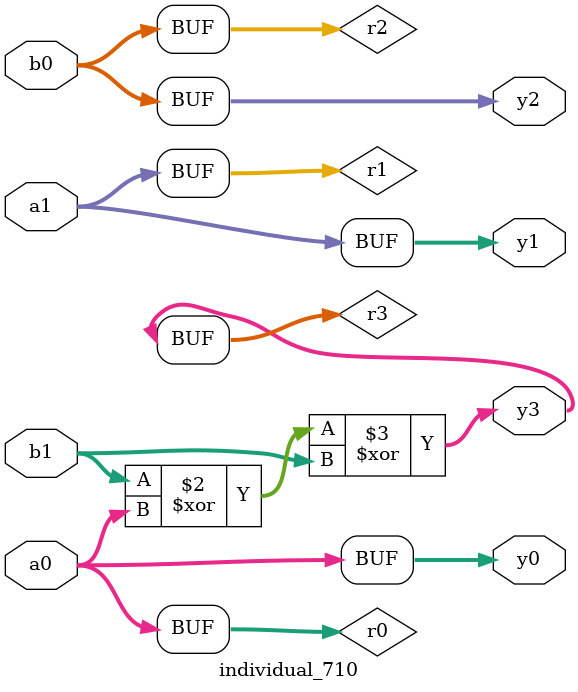
<source format=sv>
module individual_710(input logic [15:0] a1, input logic [15:0] a0, input logic [15:0] b1, input logic [15:0] b0, output logic [15:0] y3, output logic [15:0] y2, output logic [15:0] y1, output logic [15:0] y0);
logic [15:0] r0, r1, r2, r3; 
 always@(*) begin 
	 r0 = a0; r1 = a1; r2 = b0; r3 = b1; 
 	 r3  ^=  r0 ;
 	 r3  ^=  b1 ;
 	 y3 = r3; y2 = r2; y1 = r1; y0 = r0; 
end
endmodule
</source>
